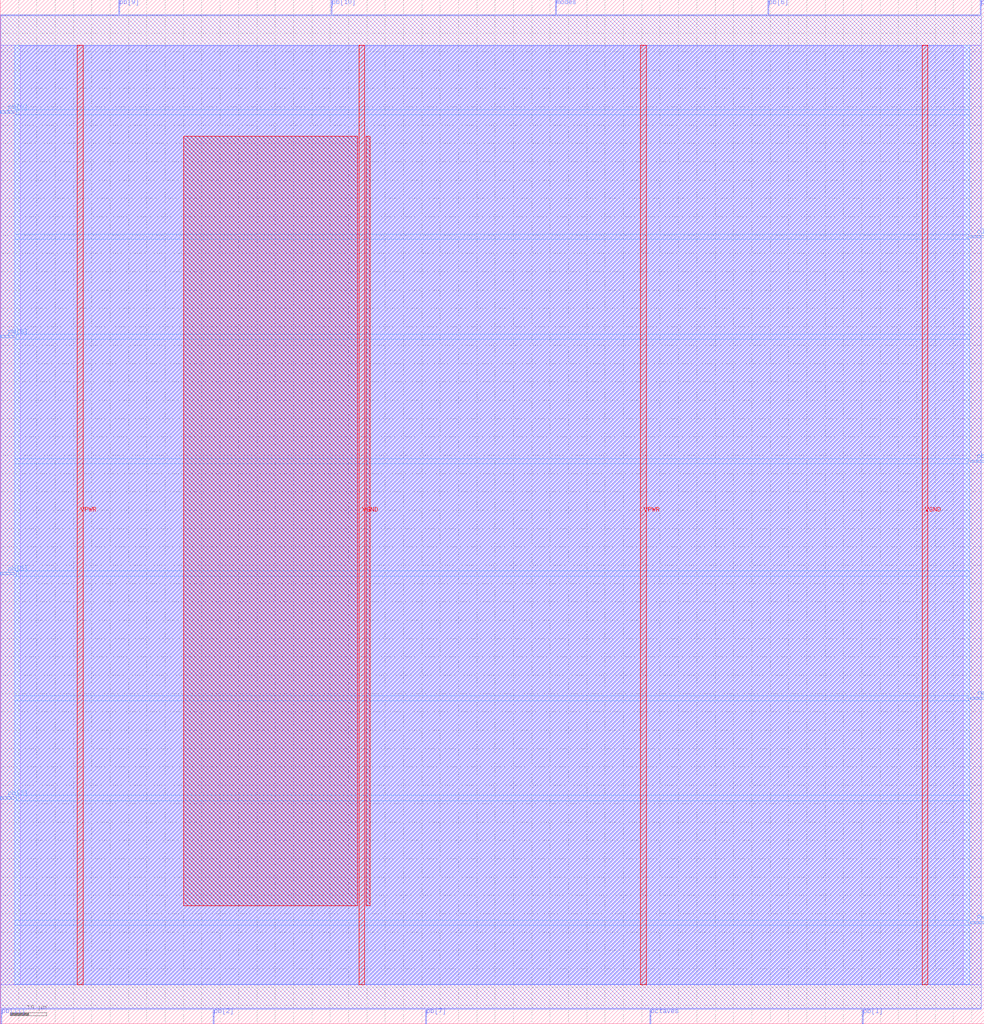
<source format=lef>
VERSION 5.7 ;
  NOWIREEXTENSIONATPIN ON ;
  DIVIDERCHAR "/" ;
  BUSBITCHARS "[]" ;
MACRO Synthia
  CLASS BLOCK ;
  FOREIGN Synthia ;
  ORIGIN 0.000 0.000 ;
  SIZE 268.400 BY 279.120 ;
  PIN PWM_o
    DIRECTION OUTPUT TRISTATE ;
    USE SIGNAL ;
    ANTENNADIFFAREA 0.795200 ;
    PORT
      LAYER met3 ;
        RECT 264.400 27.240 268.400 27.840 ;
    END
  END PWM_o
  PIN VGND
    DIRECTION INOUT ;
    USE GROUND ;
    PORT
      LAYER met4 ;
        RECT 97.840 10.640 99.440 266.800 ;
    END
    PORT
      LAYER met4 ;
        RECT 251.440 10.640 253.040 266.800 ;
    END
  END VGND
  PIN VPWR
    DIRECTION INOUT ;
    USE POWER ;
    PORT
      LAYER met4 ;
        RECT 21.040 10.640 22.640 266.800 ;
    END
    PORT
      LAYER met4 ;
        RECT 174.640 10.640 176.240 266.800 ;
    END
  END VPWR
  PIN clk
    DIRECTION INPUT ;
    USE SIGNAL ;
    ANTENNAGATEAREA 0.852000 ;
    PORT
      LAYER met3 ;
        RECT 264.400 214.240 268.400 214.840 ;
    END
  END clk
  PIN modes
    DIRECTION INPUT ;
    USE SIGNAL ;
    ANTENNAGATEAREA 0.196500 ;
    PORT
      LAYER met2 ;
        RECT 151.430 275.120 151.710 279.120 ;
    END
  END modes
  PIN octaves
    DIRECTION INPUT ;
    USE SIGNAL ;
    ANTENNAGATEAREA 0.196500 ;
    PORT
      LAYER met2 ;
        RECT 177.190 0.000 177.470 4.000 ;
    END
  END octaves
  PIN pb[0]
    DIRECTION INPUT ;
    USE SIGNAL ;
    ANTENNAGATEAREA 0.196500 ;
    PORT
      LAYER met3 ;
        RECT 0.000 248.240 4.000 248.840 ;
    END
  END pb[0]
  PIN pb[10]
    DIRECTION INPUT ;
    USE SIGNAL ;
    ANTENNAGATEAREA 0.196500 ;
    PORT
      LAYER met2 ;
        RECT 90.250 275.120 90.530 279.120 ;
    END
  END pb[10]
  PIN pb[11]
    DIRECTION INPUT ;
    USE SIGNAL ;
    ANTENNAGATEAREA 0.126000 ;
    PORT
      LAYER met2 ;
        RECT 0.090 0.000 0.370 4.000 ;
    END
  END pb[11]
  PIN pb[12]
    DIRECTION INPUT ;
    USE SIGNAL ;
    ANTENNAGATEAREA 0.213000 ;
    PORT
      LAYER met2 ;
        RECT 267.350 275.120 267.630 279.120 ;
    END
  END pb[12]
  PIN pb[1]
    DIRECTION INPUT ;
    USE SIGNAL ;
    ANTENNAGATEAREA 0.159000 ;
    PORT
      LAYER met2 ;
        RECT 235.150 0.000 235.430 4.000 ;
    END
  END pb[1]
  PIN pb[2]
    DIRECTION INPUT ;
    USE SIGNAL ;
    ANTENNAGATEAREA 0.196500 ;
    PORT
      LAYER met2 ;
        RECT 58.050 0.000 58.330 4.000 ;
    END
  END pb[2]
  PIN pb[3]
    DIRECTION INPUT ;
    USE SIGNAL ;
    ANTENNAGATEAREA 0.196500 ;
    PORT
      LAYER met3 ;
        RECT 0.000 61.240 4.000 61.840 ;
    END
  END pb[3]
  PIN pb[4]
    DIRECTION INPUT ;
    USE SIGNAL ;
    ANTENNAGATEAREA 0.196500 ;
    PORT
      LAYER met3 ;
        RECT 264.400 153.040 268.400 153.640 ;
    END
  END pb[4]
  PIN pb[5]
    DIRECTION INPUT ;
    USE SIGNAL ;
    ANTENNAGATEAREA 0.196500 ;
    PORT
      LAYER met3 ;
        RECT 0.000 122.440 4.000 123.040 ;
    END
  END pb[5]
  PIN pb[6]
    DIRECTION INPUT ;
    USE SIGNAL ;
    ANTENNAGATEAREA 0.213000 ;
    PORT
      LAYER met2 ;
        RECT 209.390 275.120 209.670 279.120 ;
    END
  END pb[6]
  PIN pb[7]
    DIRECTION INPUT ;
    USE SIGNAL ;
    ANTENNAGATEAREA 0.213000 ;
    PORT
      LAYER met2 ;
        RECT 116.010 0.000 116.290 4.000 ;
    END
  END pb[7]
  PIN pb[8]
    DIRECTION INPUT ;
    USE SIGNAL ;
    ANTENNAGATEAREA 0.196500 ;
    PORT
      LAYER met3 ;
        RECT 0.000 187.040 4.000 187.640 ;
    END
  END pb[8]
  PIN pb[9]
    DIRECTION INPUT ;
    USE SIGNAL ;
    ANTENNAGATEAREA 0.196500 ;
    PORT
      LAYER met2 ;
        RECT 32.290 275.120 32.570 279.120 ;
    END
  END pb[9]
  PIN reset
    DIRECTION INPUT ;
    USE SIGNAL ;
    ANTENNAGATEAREA 0.247500 ;
    PORT
      LAYER met3 ;
        RECT 264.400 88.440 268.400 89.040 ;
    END
  END reset
  OBS
      LAYER li1 ;
        RECT 5.520 10.795 262.660 266.645 ;
      LAYER met1 ;
        RECT 0.070 10.640 267.650 266.800 ;
      LAYER met2 ;
        RECT 0.100 274.840 32.010 275.120 ;
        RECT 32.850 274.840 89.970 275.120 ;
        RECT 90.810 274.840 151.150 275.120 ;
        RECT 151.990 274.840 209.110 275.120 ;
        RECT 209.950 274.840 267.070 275.120 ;
        RECT 0.100 4.280 267.620 274.840 ;
        RECT 0.650 4.000 57.770 4.280 ;
        RECT 58.610 4.000 115.730 4.280 ;
        RECT 116.570 4.000 176.910 4.280 ;
        RECT 177.750 4.000 234.870 4.280 ;
        RECT 235.710 4.000 267.620 4.280 ;
      LAYER met3 ;
        RECT 4.000 249.240 264.400 266.725 ;
        RECT 4.400 247.840 264.400 249.240 ;
        RECT 4.000 215.240 264.400 247.840 ;
        RECT 4.000 213.840 264.000 215.240 ;
        RECT 4.000 188.040 264.400 213.840 ;
        RECT 4.400 186.640 264.400 188.040 ;
        RECT 4.000 154.040 264.400 186.640 ;
        RECT 4.000 152.640 264.000 154.040 ;
        RECT 4.000 123.440 264.400 152.640 ;
        RECT 4.400 122.040 264.400 123.440 ;
        RECT 4.000 89.440 264.400 122.040 ;
        RECT 4.000 88.040 264.000 89.440 ;
        RECT 4.000 62.240 264.400 88.040 ;
        RECT 4.400 60.840 264.400 62.240 ;
        RECT 4.000 28.240 264.400 60.840 ;
        RECT 4.000 26.840 264.000 28.240 ;
        RECT 4.000 10.715 264.400 26.840 ;
      LAYER met4 ;
        RECT 49.975 32.135 97.440 241.905 ;
        RECT 99.840 32.135 100.905 241.905 ;
  END
END Synthia
END LIBRARY


</source>
